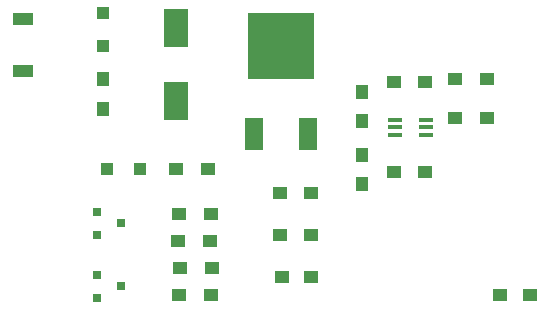
<source format=gbr>
G04 #@! TF.GenerationSoftware,KiCad,Pcbnew,(5.1.0)-1*
G04 #@! TF.CreationDate,2019-04-29T13:19:31-04:00*
G04 #@! TF.ProjectId,ifx9201sg-h-bridge-board,69667839-3230-4317-9367-2d682d627269,--*
G04 #@! TF.SameCoordinates,Original*
G04 #@! TF.FileFunction,Paste,Top*
G04 #@! TF.FilePolarity,Positive*
%FSLAX46Y46*%
G04 Gerber Fmt 4.6, Leading zero omitted, Abs format (unit mm)*
G04 Created by KiCad (PCBNEW (5.1.0)-1) date 2019-04-29 13:19:31*
%MOMM*%
%LPD*%
G04 APERTURE LIST*
%ADD10R,1.000000X1.200000*%
%ADD11R,2.000000X3.200000*%
%ADD12R,1.200000X1.000000*%
%ADD13R,1.040000X1.040000*%
%ADD14R,0.720000X0.640000*%
%ADD15R,1.200000X1.040000*%
%ADD16R,1.759712X1.119632*%
%ADD17R,5.600000X5.600000*%
%ADD18R,1.600000X2.800000*%
%ADD19R,1.200000X0.320000*%
G04 APERTURE END LIST*
D10*
X157226000Y-99100000D03*
X157226000Y-101600000D03*
D11*
X141478000Y-99824000D03*
X141478000Y-93724000D03*
D10*
X135255000Y-98044000D03*
X135255000Y-100544000D03*
X157226000Y-106934000D03*
X157226000Y-104434000D03*
D12*
X171410000Y-116332000D03*
X168910000Y-116332000D03*
X152888000Y-114808000D03*
X150388000Y-114808000D03*
D13*
X135630000Y-105664000D03*
X138430000Y-105664000D03*
D14*
X134763000Y-109286000D03*
X134763000Y-111186000D03*
X136763000Y-110236000D03*
D13*
X135255000Y-95250000D03*
X135255000Y-92450000D03*
D14*
X136763000Y-115570000D03*
X134763000Y-116520000D03*
X134763000Y-114620000D03*
D15*
X152908000Y-107696000D03*
X150208000Y-107696000D03*
D16*
X128524000Y-92964000D03*
X128524000Y-97363280D03*
D17*
X150368000Y-95250000D03*
D18*
X152648000Y-102650000D03*
X148068000Y-102650000D03*
D15*
X141699000Y-109474000D03*
X144399000Y-109474000D03*
X144399000Y-116332000D03*
X141699000Y-116332000D03*
X159860000Y-105918000D03*
X162560000Y-105918000D03*
X162560000Y-98298000D03*
X159860000Y-98298000D03*
X141445000Y-105664000D03*
X144145000Y-105664000D03*
X144479000Y-114046000D03*
X141779000Y-114046000D03*
X144305000Y-111760000D03*
X141605000Y-111760000D03*
X165100000Y-98044000D03*
X167800000Y-98044000D03*
X167800000Y-101346000D03*
X165100000Y-101346000D03*
X152908000Y-111252000D03*
X150208000Y-111252000D03*
D19*
X159960000Y-102758000D03*
X159960000Y-102108000D03*
X159960000Y-101458000D03*
X162620000Y-101458000D03*
X162620000Y-102108000D03*
X162620000Y-102758000D03*
M02*

</source>
